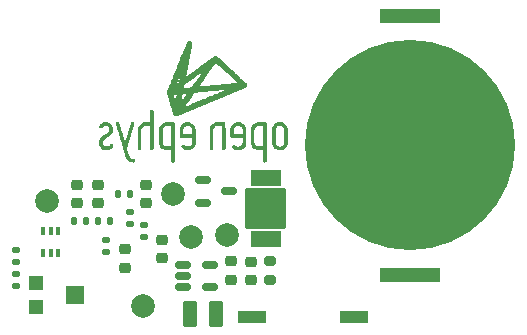
<source format=gbr>
%TF.GenerationSoftware,KiCad,Pcbnew,(7.0.0)*%
%TF.CreationDate,2023-09-20T14:53:45-04:00*%
%TF.ProjectId,blinkenbrain,626c696e-6b65-46e6-9272-61696e2e6b69,A*%
%TF.SameCoordinates,Original*%
%TF.FileFunction,Soldermask,Bot*%
%TF.FilePolarity,Negative*%
%FSLAX46Y46*%
G04 Gerber Fmt 4.6, Leading zero omitted, Abs format (unit mm)*
G04 Created by KiCad (PCBNEW (7.0.0)) date 2023-09-20 14:53:45*
%MOMM*%
%LPD*%
G01*
G04 APERTURE LIST*
G04 Aperture macros list*
%AMRoundRect*
0 Rectangle with rounded corners*
0 $1 Rounding radius*
0 $2 $3 $4 $5 $6 $7 $8 $9 X,Y pos of 4 corners*
0 Add a 4 corners polygon primitive as box body*
4,1,4,$2,$3,$4,$5,$6,$7,$8,$9,$2,$3,0*
0 Add four circle primitives for the rounded corners*
1,1,$1+$1,$2,$3*
1,1,$1+$1,$4,$5*
1,1,$1+$1,$6,$7*
1,1,$1+$1,$8,$9*
0 Add four rect primitives between the rounded corners*
20,1,$1+$1,$2,$3,$4,$5,0*
20,1,$1+$1,$4,$5,$6,$7,0*
20,1,$1+$1,$6,$7,$8,$9,0*
20,1,$1+$1,$8,$9,$2,$3,0*%
G04 Aperture macros list end*
%ADD10C,2.000000*%
%ADD11R,1.200000X1.200000*%
%ADD12R,1.500000X1.600000*%
%ADD13RoundRect,0.135000X0.185000X-0.135000X0.185000X0.135000X-0.185000X0.135000X-0.185000X-0.135000X0*%
%ADD14RoundRect,0.225000X-0.250000X0.225000X-0.250000X-0.225000X0.250000X-0.225000X0.250000X0.225000X0*%
%ADD15R,0.400000X0.650000*%
%ADD16RoundRect,0.150000X-0.512500X-0.150000X0.512500X-0.150000X0.512500X0.150000X-0.512500X0.150000X0*%
%ADD17R,2.440000X1.120000*%
%ADD18R,2.600000X1.400000*%
%ADD19RoundRect,0.135000X0.135000X0.185000X-0.135000X0.185000X-0.135000X-0.185000X0.135000X-0.185000X0*%
%ADD20R,5.080000X1.270000*%
%ADD21C,17.800000*%
%ADD22RoundRect,0.225000X0.250000X-0.225000X0.250000X0.225000X-0.250000X0.225000X-0.250000X-0.225000X0*%
%ADD23RoundRect,0.135000X-0.135000X-0.185000X0.135000X-0.185000X0.135000X0.185000X-0.135000X0.185000X0*%
%ADD24RoundRect,0.200000X-0.275000X0.200000X-0.275000X-0.200000X0.275000X-0.200000X0.275000X0.200000X0*%
%ADD25RoundRect,0.250000X0.375000X0.850000X-0.375000X0.850000X-0.375000X-0.850000X0.375000X-0.850000X0*%
G04 APERTURE END LIST*
%TO.C,G\u002A\u002A\u002A*%
G36*
X138279241Y-90984889D02*
G01*
X138329461Y-90996829D01*
X138371262Y-91026192D01*
X138403716Y-91072367D01*
X138425722Y-91115928D01*
X138425722Y-92701117D01*
X138425722Y-94286306D01*
X138403716Y-94329866D01*
X138396884Y-94341897D01*
X138373477Y-94372793D01*
X138348477Y-94395512D01*
X138306893Y-94413813D01*
X138257954Y-94417864D01*
X138209734Y-94406655D01*
X138167098Y-94381378D01*
X138134913Y-94343225D01*
X138113068Y-94305121D01*
X138112907Y-93328714D01*
X138112746Y-92352307D01*
X137890239Y-92355960D01*
X137848032Y-92356686D01*
X137784777Y-92358047D01*
X137736332Y-92359710D01*
X137699636Y-92361969D01*
X137671624Y-92365114D01*
X137649231Y-92369440D01*
X137629394Y-92375238D01*
X137609049Y-92382801D01*
X137597390Y-92387778D01*
X137539643Y-92422460D01*
X137485276Y-92470177D01*
X137439542Y-92525688D01*
X137407693Y-92583750D01*
X137384097Y-92642434D01*
X137379207Y-93478668D01*
X137378923Y-93527006D01*
X137378070Y-93668478D01*
X137377265Y-93792052D01*
X137376476Y-93898994D01*
X137375667Y-93990570D01*
X137374804Y-94068046D01*
X137373853Y-94132688D01*
X137372778Y-94185761D01*
X137371547Y-94228532D01*
X137370124Y-94262265D01*
X137368475Y-94288226D01*
X137366566Y-94307683D01*
X137364362Y-94321899D01*
X137361829Y-94332141D01*
X137358932Y-94339675D01*
X137355637Y-94345767D01*
X137325675Y-94380031D01*
X137283459Y-94404841D01*
X137235640Y-94416515D01*
X137187421Y-94413829D01*
X137144005Y-94395558D01*
X137141370Y-94393718D01*
X137113631Y-94368469D01*
X137091211Y-94339320D01*
X137088147Y-94333884D01*
X137085002Y-94327017D01*
X137082270Y-94318342D01*
X137079922Y-94306589D01*
X137077930Y-94290491D01*
X137076263Y-94268780D01*
X137074893Y-94240189D01*
X137073791Y-94203448D01*
X137072928Y-94157290D01*
X137072274Y-94100447D01*
X137071800Y-94031651D01*
X137071478Y-93949635D01*
X137071278Y-93853129D01*
X137071171Y-93740866D01*
X137071129Y-93611578D01*
X137071121Y-93463997D01*
X137071121Y-92622872D01*
X137093647Y-92544226D01*
X137096851Y-92533347D01*
X137138151Y-92428085D01*
X137195702Y-92332803D01*
X137270692Y-92245491D01*
X137347682Y-92178008D01*
X137435839Y-92121902D01*
X137535695Y-92078680D01*
X137555238Y-92072189D01*
X137576045Y-92066645D01*
X137599396Y-92062353D01*
X137628127Y-92059066D01*
X137665072Y-92056538D01*
X137713069Y-92054522D01*
X137774954Y-92052772D01*
X137853562Y-92051040D01*
X138107856Y-92045822D01*
X138112746Y-91566577D01*
X138113363Y-91506785D01*
X138114460Y-91406922D01*
X138115524Y-91323985D01*
X138116637Y-91256247D01*
X138117881Y-91201980D01*
X138119340Y-91159456D01*
X138121094Y-91126950D01*
X138123228Y-91102732D01*
X138125822Y-91085076D01*
X138128960Y-91072255D01*
X138132724Y-91062541D01*
X138137197Y-91054206D01*
X138138279Y-91052408D01*
X138171452Y-91016182D01*
X138216747Y-90992879D01*
X138270080Y-90984636D01*
X138279241Y-90984889D01*
G37*
G36*
X144168371Y-92050747D02*
G01*
X144239548Y-92050932D01*
X144295602Y-92051393D01*
X144338643Y-92052255D01*
X144370780Y-92053645D01*
X144394123Y-92055688D01*
X144410781Y-92058511D01*
X144422863Y-92062239D01*
X144432479Y-92066998D01*
X144441738Y-92072913D01*
X144450033Y-92078163D01*
X144459511Y-92083853D01*
X144467923Y-92089498D01*
X144475333Y-92096189D01*
X144481803Y-92105014D01*
X144487396Y-92117063D01*
X144492177Y-92133425D01*
X144496207Y-92155189D01*
X144499550Y-92183443D01*
X144502269Y-92219278D01*
X144504427Y-92263783D01*
X144506088Y-92318046D01*
X144507314Y-92383156D01*
X144508168Y-92460204D01*
X144508714Y-92550277D01*
X144509015Y-92654466D01*
X144509133Y-92773859D01*
X144509133Y-92909545D01*
X144509077Y-93062614D01*
X144509027Y-93234155D01*
X144508882Y-94305121D01*
X144487036Y-94343225D01*
X144482430Y-94350553D01*
X144458092Y-94378901D01*
X144431112Y-94399463D01*
X144392913Y-94414157D01*
X144341393Y-94417862D01*
X144292763Y-94404283D01*
X144250539Y-94374568D01*
X144218233Y-94329866D01*
X144196227Y-94286306D01*
X144196227Y-93319178D01*
X144196227Y-92352050D01*
X143973720Y-92355988D01*
X143904398Y-92357373D01*
X143845874Y-92359055D01*
X143801347Y-92361174D01*
X143767931Y-92363979D01*
X143742739Y-92367715D01*
X143722885Y-92372631D01*
X143705482Y-92378974D01*
X143649604Y-92406669D01*
X143582997Y-92456326D01*
X143530236Y-92519305D01*
X143489939Y-92597005D01*
X143467651Y-92652214D01*
X143462725Y-93488890D01*
X143462290Y-93564312D01*
X143461504Y-93705421D01*
X143460781Y-93828817D01*
X143460025Y-93935742D01*
X143459137Y-94027439D01*
X143458021Y-94105150D01*
X143456578Y-94170118D01*
X143454710Y-94223585D01*
X143452322Y-94266794D01*
X143449314Y-94300986D01*
X143445589Y-94327405D01*
X143441049Y-94347293D01*
X143435598Y-94361892D01*
X143429137Y-94372445D01*
X143421570Y-94380194D01*
X143412797Y-94386382D01*
X143402723Y-94392250D01*
X143391248Y-94399042D01*
X143389830Y-94399911D01*
X143351624Y-94413320D01*
X143305565Y-94415940D01*
X143259477Y-94408167D01*
X143221187Y-94390400D01*
X143219240Y-94389026D01*
X143208842Y-94381887D01*
X143199723Y-94375133D01*
X143191800Y-94367517D01*
X143184989Y-94357793D01*
X143179207Y-94344714D01*
X143174371Y-94327033D01*
X143170396Y-94303503D01*
X143167199Y-94272879D01*
X143164697Y-94233913D01*
X143162806Y-94185359D01*
X143161443Y-94125970D01*
X143160523Y-94054500D01*
X143159964Y-93969702D01*
X143159682Y-93870330D01*
X143159593Y-93755136D01*
X143159615Y-93622875D01*
X143159662Y-93472299D01*
X143159664Y-93461436D01*
X143159695Y-93309418D01*
X143159784Y-93175527D01*
X143160018Y-93058419D01*
X143160485Y-92956750D01*
X143161270Y-92869177D01*
X143162461Y-92794354D01*
X143164145Y-92730939D01*
X143166410Y-92677587D01*
X143169342Y-92632955D01*
X143173028Y-92595698D01*
X143177555Y-92564472D01*
X143183011Y-92537934D01*
X143189482Y-92514740D01*
X143197056Y-92493545D01*
X143205819Y-92473005D01*
X143215859Y-92451777D01*
X143227262Y-92428518D01*
X143230544Y-92421895D01*
X143289644Y-92323479D01*
X143361205Y-92239901D01*
X143446255Y-92170143D01*
X143545823Y-92113186D01*
X143558759Y-92107081D01*
X143591190Y-92092453D01*
X143621279Y-92080597D01*
X143651458Y-92071222D01*
X143684162Y-92064040D01*
X143721825Y-92058758D01*
X143766879Y-92055088D01*
X143821759Y-92052738D01*
X143888898Y-92051419D01*
X143970730Y-92050841D01*
X144069689Y-92050712D01*
X144079962Y-92050712D01*
X144168371Y-92050747D01*
G37*
G36*
X140221482Y-92353908D02*
G01*
X140221854Y-92382954D01*
X140222620Y-92470492D01*
X140223235Y-92574130D01*
X140223700Y-92694303D01*
X140224017Y-92831441D01*
X140224189Y-92985977D01*
X140224217Y-93158344D01*
X140224103Y-93348974D01*
X140223850Y-93558300D01*
X140223460Y-93786754D01*
X140223179Y-93932058D01*
X140222799Y-94123589D01*
X140222432Y-94297111D01*
X140222065Y-94453536D01*
X140221685Y-94593777D01*
X140221280Y-94718746D01*
X140220836Y-94829355D01*
X140220339Y-94926517D01*
X140219778Y-95011144D01*
X140219139Y-95084150D01*
X140218410Y-95146446D01*
X140217576Y-95198946D01*
X140216625Y-95242561D01*
X140215545Y-95278204D01*
X140214321Y-95306788D01*
X140212942Y-95329225D01*
X140211394Y-95346428D01*
X140209663Y-95359310D01*
X140207738Y-95368782D01*
X140205605Y-95375757D01*
X140203251Y-95381149D01*
X140200662Y-95385868D01*
X140197969Y-95390198D01*
X140171728Y-95418983D01*
X140137089Y-95442738D01*
X140120683Y-95450299D01*
X140068467Y-95462121D01*
X140018858Y-95455017D01*
X139973582Y-95429471D01*
X139934367Y-95385968D01*
X139912361Y-95353634D01*
X139912361Y-94876686D01*
X139912361Y-94399739D01*
X139660513Y-94395713D01*
X139587175Y-94394443D01*
X139524733Y-94393000D01*
X139476337Y-94391242D01*
X139439133Y-94388932D01*
X139410267Y-94385830D01*
X139386886Y-94381699D01*
X139366134Y-94376300D01*
X139345157Y-94369396D01*
X139262224Y-94335347D01*
X139160316Y-94276858D01*
X139072398Y-94205024D01*
X138998876Y-94120192D01*
X138940156Y-94022709D01*
X138932922Y-94008072D01*
X138920288Y-93982097D01*
X138909492Y-93958149D01*
X138900390Y-93934566D01*
X138892837Y-93909688D01*
X138886688Y-93881855D01*
X138881800Y-93849406D01*
X138878555Y-93816095D01*
X139183712Y-93816095D01*
X139209733Y-93871601D01*
X139252885Y-93942431D01*
X139311433Y-94002603D01*
X139382761Y-94048383D01*
X139447280Y-94080169D01*
X139679820Y-94083109D01*
X139912361Y-94086048D01*
X139912361Y-93219978D01*
X139912361Y-92353908D01*
X139717232Y-92353908D01*
X139680687Y-92354012D01*
X139601917Y-92355300D01*
X139538542Y-92358343D01*
X139487613Y-92363504D01*
X139446184Y-92371146D01*
X139411309Y-92381629D01*
X139380040Y-92395315D01*
X139340457Y-92420066D01*
X139289390Y-92464619D01*
X139244533Y-92517271D01*
X139211823Y-92571795D01*
X139183712Y-92632653D01*
X139183712Y-93224374D01*
X139183712Y-93816095D01*
X138878555Y-93816095D01*
X138878028Y-93810681D01*
X138875227Y-93764018D01*
X138873253Y-93707758D01*
X138871962Y-93640240D01*
X138871209Y-93559803D01*
X138870850Y-93464787D01*
X138870740Y-93353531D01*
X138870736Y-93224374D01*
X138870731Y-93139261D01*
X138870773Y-93021798D01*
X138871011Y-92921140D01*
X138871601Y-92835609D01*
X138872696Y-92763527D01*
X138874452Y-92703216D01*
X138877024Y-92652997D01*
X138880565Y-92611193D01*
X138885231Y-92576126D01*
X138891177Y-92546118D01*
X138898557Y-92519491D01*
X138907525Y-92494566D01*
X138918237Y-92469666D01*
X138930847Y-92443113D01*
X138945509Y-92413229D01*
X138964370Y-92377163D01*
X138990473Y-92336186D01*
X139022483Y-92296603D01*
X139065271Y-92251850D01*
X139122683Y-92198566D01*
X139185333Y-92151111D01*
X139251381Y-92113559D01*
X139327148Y-92081807D01*
X139398884Y-92055603D01*
X139767547Y-92055603D01*
X140136210Y-92055603D01*
X140170646Y-92088971D01*
X140171029Y-92089343D01*
X140199706Y-92126337D01*
X140215777Y-92172106D01*
X140217228Y-92185162D01*
X140218622Y-92212621D01*
X140219857Y-92254451D01*
X140220933Y-92311084D01*
X140221482Y-92353908D01*
G37*
G36*
X149789966Y-93835656D02*
G01*
X149789162Y-93848585D01*
X149786977Y-93871261D01*
X149784351Y-93889486D01*
X149781242Y-93904813D01*
X149777612Y-93918791D01*
X149756166Y-93981217D01*
X149710264Y-94074518D01*
X149651126Y-94161884D01*
X149581892Y-94238898D01*
X149505705Y-94301143D01*
X149497515Y-94306639D01*
X149432956Y-94344733D01*
X149365559Y-94374080D01*
X149286985Y-94398389D01*
X149261199Y-94404254D01*
X149190100Y-94413684D01*
X149112219Y-94416583D01*
X149035808Y-94412849D01*
X148969119Y-94402376D01*
X148935746Y-94393570D01*
X148832610Y-94353497D01*
X148737262Y-94296764D01*
X148651866Y-94225095D01*
X148578586Y-94140216D01*
X148519585Y-94043853D01*
X148508734Y-94022192D01*
X148496954Y-93997611D01*
X148486866Y-93973978D01*
X148478345Y-93949718D01*
X148471269Y-93923251D01*
X148465514Y-93892999D01*
X148460957Y-93857387D01*
X148457474Y-93814835D01*
X148454942Y-93763765D01*
X148453238Y-93702602D01*
X148452237Y-93629765D01*
X148451817Y-93543679D01*
X148451851Y-93453371D01*
X148755033Y-93453371D01*
X148755364Y-93551859D01*
X148756147Y-93633359D01*
X148757393Y-93698698D01*
X148759113Y-93748699D01*
X148761317Y-93784188D01*
X148764018Y-93805989D01*
X148781100Y-93868986D01*
X148817397Y-93943968D01*
X148868095Y-94006327D01*
X148932350Y-94055087D01*
X149009317Y-94089273D01*
X149054706Y-94100866D01*
X149136681Y-94107404D01*
X149215762Y-94095996D01*
X149289611Y-94067676D01*
X149355889Y-94023478D01*
X149412260Y-93964435D01*
X149456383Y-93891582D01*
X149482596Y-93835656D01*
X149482596Y-93219484D01*
X149482596Y-92603311D01*
X149455143Y-92547398D01*
X149438333Y-92516702D01*
X149388133Y-92451264D01*
X149326919Y-92399798D01*
X149257281Y-92363148D01*
X149181805Y-92342157D01*
X149103080Y-92337669D01*
X149023696Y-92350527D01*
X148946238Y-92381574D01*
X148901739Y-92411737D01*
X148852980Y-92458261D01*
X148811034Y-92512015D01*
X148781534Y-92566667D01*
X148780869Y-92568315D01*
X148776165Y-92580319D01*
X148772174Y-92592226D01*
X148768827Y-92605672D01*
X148766056Y-92622296D01*
X148763792Y-92643738D01*
X148761968Y-92671634D01*
X148760515Y-92707623D01*
X148759365Y-92753343D01*
X148758450Y-92810433D01*
X148757701Y-92880530D01*
X148757051Y-92965274D01*
X148756431Y-93066302D01*
X148755773Y-93185252D01*
X148755683Y-93202138D01*
X148755143Y-93337073D01*
X148755033Y-93453371D01*
X148451851Y-93453371D01*
X148451855Y-93442765D01*
X148452226Y-93325445D01*
X148452807Y-93190142D01*
X148455642Y-92554409D01*
X148486828Y-92473493D01*
X148520885Y-92397678D01*
X148580545Y-92301530D01*
X148652056Y-92218861D01*
X148733647Y-92150187D01*
X148823544Y-92096028D01*
X148919975Y-92056902D01*
X149021166Y-92033325D01*
X149125346Y-92025817D01*
X149230741Y-92034894D01*
X149335579Y-92061076D01*
X149438086Y-92104880D01*
X149536491Y-92166823D01*
X149559638Y-92185093D01*
X149630584Y-92255468D01*
X149692488Y-92339187D01*
X149742573Y-92432074D01*
X149778062Y-92529958D01*
X149780172Y-92538010D01*
X149783419Y-92552912D01*
X149786179Y-92570344D01*
X149788491Y-92591852D01*
X149790394Y-92618985D01*
X149791926Y-92653293D01*
X149793128Y-92696322D01*
X149794037Y-92749622D01*
X149794694Y-92814741D01*
X149795137Y-92893227D01*
X149795405Y-92986629D01*
X149795537Y-93096495D01*
X149795572Y-93224374D01*
X149795556Y-93320828D01*
X149795460Y-93434947D01*
X149795243Y-93532207D01*
X149794866Y-93614159D01*
X149794288Y-93682354D01*
X149793468Y-93738343D01*
X149792368Y-93783677D01*
X149790946Y-93819907D01*
X149789966Y-93835656D01*
G37*
G36*
X141974686Y-93067886D02*
G01*
X141974516Y-93120160D01*
X141973906Y-93253716D01*
X141970909Y-93874779D01*
X141947914Y-93943242D01*
X141947025Y-93945876D01*
X141900101Y-94056437D01*
X141839204Y-94153614D01*
X141764913Y-94236860D01*
X141677806Y-94305625D01*
X141578463Y-94359364D01*
X141467463Y-94397530D01*
X141367091Y-94414599D01*
X141260249Y-94415525D01*
X141153578Y-94400320D01*
X141050703Y-94369784D01*
X140955252Y-94324717D01*
X140870851Y-94265918D01*
X140836426Y-94234037D01*
X140798416Y-94185746D01*
X140778913Y-94138191D01*
X140777367Y-94090339D01*
X140792265Y-94045844D01*
X140822601Y-94006227D01*
X140863896Y-93977170D01*
X140912068Y-93961494D01*
X140963035Y-93962021D01*
X140984160Y-93969303D01*
X141017825Y-93987811D01*
X141052964Y-94013084D01*
X141062520Y-94020719D01*
X141137475Y-94070084D01*
X141212312Y-94100284D01*
X141288101Y-94111633D01*
X141365909Y-94104441D01*
X141381855Y-94100819D01*
X141461799Y-94071814D01*
X141531653Y-94027719D01*
X141589162Y-93970257D01*
X141632067Y-93901152D01*
X141634465Y-93896017D01*
X141642183Y-93878523D01*
X141648066Y-93861725D01*
X141652408Y-93842730D01*
X141655500Y-93818643D01*
X141657639Y-93786572D01*
X141659117Y-93743622D01*
X141660227Y-93686899D01*
X141661265Y-93613511D01*
X141664347Y-93381585D01*
X141194951Y-93378778D01*
X141115883Y-93378296D01*
X141020826Y-93377648D01*
X140942366Y-93376959D01*
X140878775Y-93376146D01*
X140828326Y-93375129D01*
X140789289Y-93373828D01*
X140759936Y-93372162D01*
X140738540Y-93370048D01*
X140723372Y-93367408D01*
X140712703Y-93364159D01*
X140704807Y-93360220D01*
X140697953Y-93355512D01*
X140695702Y-93353793D01*
X140670693Y-93330169D01*
X140648345Y-93302718D01*
X140643255Y-93294961D01*
X140638280Y-93285484D01*
X140634393Y-93273747D01*
X140631462Y-93257586D01*
X140629353Y-93234839D01*
X140627934Y-93203344D01*
X140627073Y-93160937D01*
X140626637Y-93105458D01*
X140626560Y-93067886D01*
X140938327Y-93067886D01*
X141301340Y-93067886D01*
X141664353Y-93067886D01*
X141661268Y-92835599D01*
X141660957Y-92812399D01*
X141659932Y-92744104D01*
X141658750Y-92691636D01*
X141657119Y-92652103D01*
X141654742Y-92622612D01*
X141651326Y-92600270D01*
X141646575Y-92582185D01*
X141640195Y-92565463D01*
X141631891Y-92547212D01*
X141608975Y-92507050D01*
X141566794Y-92453876D01*
X141517203Y-92407896D01*
X141465953Y-92375077D01*
X141452858Y-92369040D01*
X141373918Y-92344126D01*
X141294223Y-92336994D01*
X141216401Y-92346772D01*
X141143076Y-92372589D01*
X141076876Y-92413572D01*
X141020425Y-92468852D01*
X140976351Y-92537555D01*
X140944205Y-92602805D01*
X140941266Y-92835346D01*
X140938327Y-93067886D01*
X140626560Y-93067886D01*
X140626493Y-93034742D01*
X140626508Y-92946628D01*
X140626522Y-92929028D01*
X140626856Y-92830627D01*
X140627862Y-92748885D01*
X140629876Y-92681305D01*
X140633229Y-92625388D01*
X140638255Y-92578637D01*
X140645288Y-92538555D01*
X140654661Y-92502645D01*
X140666708Y-92468408D01*
X140681761Y-92433348D01*
X140700155Y-92394967D01*
X140718513Y-92359466D01*
X140746121Y-92314333D01*
X140778169Y-92273361D01*
X140820332Y-92228698D01*
X140834863Y-92214482D01*
X140920846Y-92143142D01*
X141011854Y-92089671D01*
X141110666Y-92052691D01*
X141220061Y-92030828D01*
X141308182Y-92025590D01*
X141417346Y-92035637D01*
X141522448Y-92063199D01*
X141621472Y-92107136D01*
X141712400Y-92166311D01*
X141793214Y-92239585D01*
X141861898Y-92325819D01*
X141916435Y-92423875D01*
X141920630Y-92433191D01*
X141931743Y-92458611D01*
X141941286Y-92482712D01*
X141949372Y-92507102D01*
X141956112Y-92533385D01*
X141961615Y-92563168D01*
X141965995Y-92598058D01*
X141969361Y-92639659D01*
X141971826Y-92689578D01*
X141973500Y-92749422D01*
X141974495Y-92820796D01*
X141974922Y-92905306D01*
X141974892Y-93004559D01*
X141974686Y-93067886D01*
G37*
G36*
X134450143Y-92029113D02*
G01*
X134549136Y-92050780D01*
X134645153Y-92088163D01*
X134734404Y-92139854D01*
X134813103Y-92204444D01*
X134862016Y-92256383D01*
X134921232Y-92337089D01*
X134963112Y-92422281D01*
X134988999Y-92514925D01*
X135000233Y-92617982D01*
X135000540Y-92686263D01*
X134991941Y-92769400D01*
X134971639Y-92847699D01*
X134938203Y-92928316D01*
X134928469Y-92947753D01*
X134909414Y-92981051D01*
X134887211Y-93012987D01*
X134860210Y-93045074D01*
X134826760Y-93078824D01*
X134785212Y-93115750D01*
X134733916Y-93157365D01*
X134671222Y-93205183D01*
X134595479Y-93260715D01*
X134505037Y-93325476D01*
X134452398Y-93363125D01*
X134388197Y-93409727D01*
X134329477Y-93453094D01*
X134278347Y-93491634D01*
X134236918Y-93523750D01*
X134207300Y-93547848D01*
X134191604Y-93562333D01*
X134161508Y-93603565D01*
X134130487Y-93671383D01*
X134114593Y-93745123D01*
X134114692Y-93820048D01*
X134131645Y-93891421D01*
X134142228Y-93915631D01*
X134180590Y-93975655D01*
X134231523Y-94029241D01*
X134290047Y-94070756D01*
X134313657Y-94083143D01*
X134336404Y-94092092D01*
X134361175Y-94097087D01*
X134393814Y-94099258D01*
X134440162Y-94099730D01*
X134455846Y-94099635D01*
X134506198Y-94097197D01*
X134548756Y-94090087D01*
X134586772Y-94076473D01*
X134623496Y-94054521D01*
X134662179Y-94022400D01*
X134706073Y-93978277D01*
X134758428Y-93920320D01*
X134771762Y-93905285D01*
X134791849Y-93884925D01*
X134809026Y-93874410D01*
X134829911Y-93870493D01*
X134861123Y-93869925D01*
X134899883Y-93873189D01*
X134950788Y-93890306D01*
X134989237Y-93920745D01*
X135013555Y-93962990D01*
X135022066Y-94015525D01*
X135021453Y-94030237D01*
X135011774Y-94074165D01*
X134989229Y-94120107D01*
X134952394Y-94170536D01*
X134899846Y-94227925D01*
X134861039Y-94265670D01*
X134822756Y-94297830D01*
X134784069Y-94323558D01*
X134738468Y-94347686D01*
X134724418Y-94354368D01*
X134679105Y-94374244D01*
X134635552Y-94391232D01*
X134601541Y-94402232D01*
X134586669Y-94405617D01*
X134532910Y-94412920D01*
X134469543Y-94416306D01*
X134403694Y-94415762D01*
X134342492Y-94411274D01*
X134293064Y-94402829D01*
X134278640Y-94398985D01*
X134176558Y-94360498D01*
X134081724Y-94304721D01*
X133996989Y-94233288D01*
X133954212Y-94187941D01*
X133903508Y-94122927D01*
X133863893Y-94054399D01*
X133831181Y-93975856D01*
X133830010Y-93972570D01*
X133819207Y-93939578D01*
X133812124Y-93909668D01*
X133808023Y-93877184D01*
X133806163Y-93836468D01*
X133805805Y-93781864D01*
X133806357Y-93731572D01*
X133808463Y-93687851D01*
X133812898Y-93652275D01*
X133820449Y-93618795D01*
X133831903Y-93581363D01*
X133861928Y-93504927D01*
X133916744Y-93407385D01*
X133985368Y-93322789D01*
X133993059Y-93315392D01*
X134021368Y-93291262D01*
X134062701Y-93258545D01*
X134114848Y-93218905D01*
X134175604Y-93174006D01*
X134242758Y-93125511D01*
X134314104Y-93075085D01*
X134353743Y-93047342D01*
X134434012Y-92990745D01*
X134500128Y-92942980D01*
X134553462Y-92902481D01*
X134595387Y-92867684D01*
X134627274Y-92837022D01*
X134650494Y-92808930D01*
X134666421Y-92781841D01*
X134676425Y-92754191D01*
X134681879Y-92724414D01*
X134684154Y-92690943D01*
X134684623Y-92652214D01*
X134684509Y-92627287D01*
X134683087Y-92586606D01*
X134679269Y-92556909D01*
X134672097Y-92532404D01*
X134660609Y-92507298D01*
X134643334Y-92477550D01*
X134594732Y-92420069D01*
X134534771Y-92376957D01*
X134466072Y-92349840D01*
X134391260Y-92340344D01*
X134338362Y-92342866D01*
X134273626Y-92356338D01*
X134217122Y-92383194D01*
X134165059Y-92425408D01*
X134113649Y-92484956D01*
X134091146Y-92511796D01*
X134046437Y-92549182D01*
X133999741Y-92567344D01*
X133950328Y-92566490D01*
X133897467Y-92546830D01*
X133870094Y-92528631D01*
X133837722Y-92490306D01*
X133821533Y-92443819D01*
X133822269Y-92391907D01*
X133840672Y-92337308D01*
X133869490Y-92289405D01*
X133924656Y-92224294D01*
X133993326Y-92164693D01*
X134071991Y-92112825D01*
X134157140Y-92070911D01*
X134245263Y-92041174D01*
X134332848Y-92025833D01*
X134351961Y-92024571D01*
X134450143Y-92029113D01*
G37*
G36*
X136679680Y-92035169D02*
G01*
X136720519Y-92053954D01*
X136754218Y-92083579D01*
X136777282Y-92123258D01*
X136786216Y-92172207D01*
X136784544Y-92183341D01*
X136777369Y-92213875D01*
X136764673Y-92262216D01*
X136746599Y-92327871D01*
X136723290Y-92410343D01*
X136694888Y-92509138D01*
X136661535Y-92623761D01*
X136623375Y-92753716D01*
X136580550Y-92898508D01*
X136533202Y-93057643D01*
X136481473Y-93230624D01*
X136477510Y-93243850D01*
X136436691Y-93380215D01*
X136397520Y-93511353D01*
X136360361Y-93636036D01*
X136325575Y-93753037D01*
X136293525Y-93861128D01*
X136264573Y-93959081D01*
X136239081Y-94045669D01*
X136217411Y-94119663D01*
X136199926Y-94179836D01*
X136186989Y-94224960D01*
X136178960Y-94253807D01*
X136176204Y-94265150D01*
X136177803Y-94274982D01*
X136184586Y-94302511D01*
X136195936Y-94344007D01*
X136211035Y-94396801D01*
X136229066Y-94458223D01*
X136249212Y-94525603D01*
X136270657Y-94596273D01*
X136292584Y-94667563D01*
X136314174Y-94736802D01*
X136334612Y-94801323D01*
X136353081Y-94858456D01*
X136368763Y-94905530D01*
X136380842Y-94939877D01*
X136388500Y-94958826D01*
X136406698Y-94990786D01*
X136457042Y-95051376D01*
X136520845Y-95098663D01*
X136596761Y-95131776D01*
X136683441Y-95149840D01*
X136685163Y-95150036D01*
X136728953Y-95157001D01*
X136767367Y-95166538D01*
X136793323Y-95176903D01*
X136821634Y-95200449D01*
X136846741Y-95240795D01*
X136859429Y-95288556D01*
X136858485Y-95338596D01*
X136842694Y-95385777D01*
X136840432Y-95389701D01*
X136815483Y-95418583D01*
X136781565Y-95442780D01*
X136756972Y-95454654D01*
X136733783Y-95461042D01*
X136705600Y-95462608D01*
X136665230Y-95460443D01*
X136584522Y-95450115D01*
X136483001Y-95422714D01*
X136386362Y-95378579D01*
X136291087Y-95316356D01*
X136257628Y-95289644D01*
X136200091Y-95233347D01*
X136150732Y-95168713D01*
X136107845Y-95092947D01*
X136069720Y-95003255D01*
X136034650Y-94896842D01*
X136031931Y-94887654D01*
X136022233Y-94855050D01*
X136007455Y-94805491D01*
X135987957Y-94740189D01*
X135964102Y-94660352D01*
X135936252Y-94567191D01*
X135904769Y-94461915D01*
X135870014Y-94345734D01*
X135832349Y-94219858D01*
X135792137Y-94085498D01*
X135749739Y-93943862D01*
X135705517Y-93796161D01*
X135659834Y-93643604D01*
X135613050Y-93487402D01*
X135585528Y-93395458D01*
X135540301Y-93244101D01*
X135496840Y-93098323D01*
X135455467Y-92959220D01*
X135416504Y-92827887D01*
X135380274Y-92705421D01*
X135347099Y-92592918D01*
X135317301Y-92491475D01*
X135291203Y-92402187D01*
X135269127Y-92326150D01*
X135251396Y-92264461D01*
X135238332Y-92218215D01*
X135230257Y-92188510D01*
X135227494Y-92176440D01*
X135234146Y-92143463D01*
X135252229Y-92105224D01*
X135277209Y-92070476D01*
X135304542Y-92046861D01*
X135347477Y-92031628D01*
X135395671Y-92029953D01*
X135442931Y-92040932D01*
X135483739Y-92063272D01*
X135512580Y-92095679D01*
X135515116Y-92101757D01*
X135523527Y-92125980D01*
X135536818Y-92166641D01*
X135554545Y-92222303D01*
X135576262Y-92291531D01*
X135601525Y-92372889D01*
X135629889Y-92464943D01*
X135660908Y-92566256D01*
X135694138Y-92675393D01*
X135729134Y-92790919D01*
X135765450Y-92911398D01*
X135788712Y-92988687D01*
X135823879Y-93105257D01*
X135857253Y-93215552D01*
X135888409Y-93318188D01*
X135916923Y-93411779D01*
X135942371Y-93494941D01*
X135964328Y-93566289D01*
X135982371Y-93624437D01*
X135996076Y-93668001D01*
X136005017Y-93695596D01*
X136008772Y-93705836D01*
X136010529Y-93702786D01*
X136017560Y-93683484D01*
X136029444Y-93647642D01*
X136045762Y-93596618D01*
X136066095Y-93531768D01*
X136090023Y-93454448D01*
X136117128Y-93366015D01*
X136146991Y-93267826D01*
X136179192Y-93161237D01*
X136213313Y-93047604D01*
X136248935Y-92928285D01*
X136269691Y-92858657D01*
X136304979Y-92740706D01*
X136338739Y-92628398D01*
X136370524Y-92523190D01*
X136399888Y-92426539D01*
X136426383Y-92339901D01*
X136449564Y-92264736D01*
X136468985Y-92202499D01*
X136484198Y-92154649D01*
X136494758Y-92122642D01*
X136500218Y-92107936D01*
X136514838Y-92084140D01*
X136549281Y-92051710D01*
X136590566Y-92033262D01*
X136635197Y-92028010D01*
X136679680Y-92035169D01*
G37*
G36*
X147997982Y-92352050D02*
G01*
X147998040Y-92355819D01*
X147998696Y-92416358D01*
X147999241Y-92487411D01*
X147999686Y-92569882D01*
X148000041Y-92664677D01*
X148000315Y-92772699D01*
X148000520Y-92894855D01*
X148000665Y-93032048D01*
X148000760Y-93185183D01*
X148000815Y-93355164D01*
X148000841Y-93542898D01*
X148000848Y-93749288D01*
X148000827Y-93896321D01*
X148000710Y-94116795D01*
X148000486Y-94318206D01*
X148000153Y-94500861D01*
X147999710Y-94665065D01*
X147999154Y-94811125D01*
X147998483Y-94939349D01*
X147997696Y-95050042D01*
X147996791Y-95143511D01*
X147995765Y-95220062D01*
X147994616Y-95280003D01*
X147993343Y-95323639D01*
X147991944Y-95351278D01*
X147990416Y-95363225D01*
X147981860Y-95381509D01*
X147949946Y-95421972D01*
X147907933Y-95450306D01*
X147894133Y-95455549D01*
X147844417Y-95462127D01*
X147794861Y-95452245D01*
X147750478Y-95427495D01*
X147716279Y-95389468D01*
X147692761Y-95351636D01*
X147689965Y-94875696D01*
X147687169Y-94399755D01*
X147440562Y-94396083D01*
X147406411Y-94395566D01*
X147337514Y-94394373D01*
X147283920Y-94393006D01*
X147242632Y-94391180D01*
X147210649Y-94388608D01*
X147184974Y-94385006D01*
X147162608Y-94380088D01*
X147140551Y-94373568D01*
X147115805Y-94365162D01*
X147054547Y-94340596D01*
X146954430Y-94284927D01*
X146865522Y-94214822D01*
X146789515Y-94131966D01*
X146728103Y-94038044D01*
X146682979Y-93934738D01*
X146656027Y-93855217D01*
X146653771Y-93368941D01*
X146955706Y-93368941D01*
X146955962Y-93463955D01*
X146956590Y-93549163D01*
X146957572Y-93622616D01*
X146958886Y-93682361D01*
X146960512Y-93726450D01*
X146962431Y-93752929D01*
X146969642Y-93796064D01*
X146996454Y-93878206D01*
X147038688Y-93948896D01*
X147095779Y-94007305D01*
X147167162Y-94052604D01*
X147175443Y-94056655D01*
X147192363Y-94064427D01*
X147208698Y-94070317D01*
X147227326Y-94074631D01*
X147251125Y-94077674D01*
X147282972Y-94079751D01*
X147325746Y-94081170D01*
X147382324Y-94082236D01*
X147455584Y-94083254D01*
X147687871Y-94086339D01*
X147687871Y-93219195D01*
X147687871Y-92352050D01*
X147465364Y-92355988D01*
X147396043Y-92357373D01*
X147337518Y-92359055D01*
X147292991Y-92361174D01*
X147259575Y-92363979D01*
X147234383Y-92367715D01*
X147214529Y-92372631D01*
X147197127Y-92378974D01*
X147141045Y-92406793D01*
X147074421Y-92456528D01*
X147021772Y-92519500D01*
X146981817Y-92597005D01*
X146980147Y-92601209D01*
X146975524Y-92613613D01*
X146971640Y-92626497D01*
X146968419Y-92641594D01*
X146965781Y-92660641D01*
X146963650Y-92685370D01*
X146961947Y-92717518D01*
X146960594Y-92758818D01*
X146959514Y-92811006D01*
X146958627Y-92875815D01*
X146957857Y-92954982D01*
X146957125Y-93050239D01*
X146956352Y-93163323D01*
X146955843Y-93266073D01*
X146955706Y-93368941D01*
X146653771Y-93368941D01*
X146653230Y-93252331D01*
X146652998Y-93201823D01*
X146652485Y-93076374D01*
X146652255Y-92968258D01*
X146652438Y-92875840D01*
X146653163Y-92797490D01*
X146654561Y-92731575D01*
X146656762Y-92676462D01*
X146659895Y-92630520D01*
X146664092Y-92592115D01*
X146669481Y-92559616D01*
X146676194Y-92531391D01*
X146684360Y-92505806D01*
X146694109Y-92481231D01*
X146705572Y-92456031D01*
X146718878Y-92428576D01*
X146722218Y-92421836D01*
X146781326Y-92323431D01*
X146852880Y-92239871D01*
X146937915Y-92170131D01*
X147037467Y-92113186D01*
X147050403Y-92107081D01*
X147082835Y-92092453D01*
X147112923Y-92080597D01*
X147143103Y-92071222D01*
X147175807Y-92064040D01*
X147213469Y-92058758D01*
X147258523Y-92055088D01*
X147313403Y-92052738D01*
X147380542Y-92051419D01*
X147462374Y-92050841D01*
X147561333Y-92050712D01*
X147569519Y-92050712D01*
X147658328Y-92050747D01*
X147729854Y-92050930D01*
X147786201Y-92051386D01*
X147829475Y-92052240D01*
X147861778Y-92053618D01*
X147885215Y-92055643D01*
X147901890Y-92058441D01*
X147913908Y-92062136D01*
X147923373Y-92066854D01*
X147932389Y-92072718D01*
X147934743Y-92074381D01*
X147961670Y-92099610D01*
X147982738Y-92128804D01*
X147983183Y-92129656D01*
X147985499Y-92134815D01*
X147987604Y-92141441D01*
X147989507Y-92150439D01*
X147991219Y-92162713D01*
X147992750Y-92179168D01*
X147994110Y-92200708D01*
X147995309Y-92228239D01*
X147996356Y-92262664D01*
X147997263Y-92304889D01*
X147997982Y-92352050D01*
G37*
G36*
X146264794Y-93067886D02*
G01*
X146264812Y-93093215D01*
X146264806Y-93224374D01*
X146264797Y-93293966D01*
X146264716Y-93410961D01*
X146264516Y-93510789D01*
X146264157Y-93595014D01*
X146263600Y-93665201D01*
X146262803Y-93722913D01*
X146261726Y-93769716D01*
X146260328Y-93807172D01*
X146258570Y-93836847D01*
X146256410Y-93860304D01*
X146253809Y-93879107D01*
X146250727Y-93894821D01*
X146247121Y-93909010D01*
X146244626Y-93917784D01*
X146203372Y-94027387D01*
X146146989Y-94126046D01*
X146076552Y-94212425D01*
X145993138Y-94285184D01*
X145897824Y-94342988D01*
X145874369Y-94354087D01*
X145825520Y-94374764D01*
X145778726Y-94391836D01*
X145741548Y-94402427D01*
X145679173Y-94411855D01*
X145598184Y-94416059D01*
X145516425Y-94413104D01*
X145443243Y-94402972D01*
X145390006Y-94388305D01*
X145326039Y-94363185D01*
X145261988Y-94331291D01*
X145201661Y-94294942D01*
X145148866Y-94256459D01*
X145107412Y-94218160D01*
X145081106Y-94182367D01*
X145075517Y-94169587D01*
X145066921Y-94124048D01*
X145071463Y-94076694D01*
X145088699Y-94036058D01*
X145101808Y-94018096D01*
X145135159Y-93985402D01*
X145173538Y-93967959D01*
X145222353Y-93962803D01*
X145229502Y-93962842D01*
X145263530Y-93965306D01*
X145288200Y-93973470D01*
X145312106Y-93989934D01*
X145369390Y-94033162D01*
X145442364Y-94076368D01*
X145512318Y-94102433D01*
X145581758Y-94111921D01*
X145653190Y-94105392D01*
X145729121Y-94083409D01*
X145747185Y-94075690D01*
X145802022Y-94041573D01*
X145853806Y-93994977D01*
X145897483Y-93940956D01*
X145928003Y-93884559D01*
X145932739Y-93872319D01*
X145939262Y-93852796D01*
X145944170Y-93832097D01*
X145947756Y-93807160D01*
X145950311Y-93774918D01*
X145952126Y-93732309D01*
X145953492Y-93676268D01*
X145954702Y-93603730D01*
X145958035Y-93381585D01*
X145490358Y-93378778D01*
X145022680Y-93375972D01*
X144985766Y-93353022D01*
X144972861Y-93344894D01*
X144957212Y-93333773D01*
X144944680Y-93321483D01*
X144934919Y-93305981D01*
X144927582Y-93285222D01*
X144922324Y-93257163D01*
X144918798Y-93219761D01*
X144916659Y-93170972D01*
X144915559Y-93108753D01*
X144915345Y-93067886D01*
X145221605Y-93067886D01*
X145589950Y-93067886D01*
X145958296Y-93067886D01*
X145955063Y-92840489D01*
X145954871Y-92827088D01*
X145953782Y-92757456D01*
X145952570Y-92703954D01*
X145950929Y-92663646D01*
X145948555Y-92633593D01*
X145945142Y-92610856D01*
X145940385Y-92592498D01*
X145933979Y-92575581D01*
X145925617Y-92557166D01*
X145918879Y-92543570D01*
X145872599Y-92474553D01*
X145812464Y-92415548D01*
X145742781Y-92370939D01*
X145725021Y-92362385D01*
X145695174Y-92350007D01*
X145667593Y-92343062D01*
X145635010Y-92340052D01*
X145590156Y-92339479D01*
X145585508Y-92339497D01*
X145539870Y-92340734D01*
X145505712Y-92344822D01*
X145475630Y-92353141D01*
X145442220Y-92367073D01*
X145407766Y-92385654D01*
X145347009Y-92432237D01*
X145294480Y-92490248D01*
X145255442Y-92554409D01*
X145252887Y-92559899D01*
X145244748Y-92578249D01*
X145238565Y-92595464D01*
X145234022Y-92614501D01*
X145230803Y-92638317D01*
X145228591Y-92669868D01*
X145227070Y-92712109D01*
X145225925Y-92767998D01*
X145224838Y-92840489D01*
X145221605Y-93067886D01*
X144915345Y-93067886D01*
X144915153Y-93031060D01*
X144915095Y-92935849D01*
X144915116Y-92887261D01*
X144915432Y-92797221D01*
X144916405Y-92722997D01*
X144918386Y-92662043D01*
X144921725Y-92611812D01*
X144926775Y-92569758D01*
X144933886Y-92533335D01*
X144943409Y-92499997D01*
X144955697Y-92467198D01*
X144971100Y-92432391D01*
X144989968Y-92393030D01*
X145001699Y-92370468D01*
X145055558Y-92289618D01*
X145123219Y-92214765D01*
X145200161Y-92150431D01*
X145281864Y-92101135D01*
X145359564Y-92066997D01*
X145432866Y-92044093D01*
X145507179Y-92031649D01*
X145589950Y-92027895D01*
X145670626Y-92031440D01*
X145745252Y-92043673D01*
X145818566Y-92066379D01*
X145898037Y-92101337D01*
X145919284Y-92112394D01*
X146000377Y-92166287D01*
X146075503Y-92234044D01*
X146140131Y-92311135D01*
X146189730Y-92393030D01*
X146202976Y-92419994D01*
X146215676Y-92446501D01*
X146226508Y-92471191D01*
X146235620Y-92495710D01*
X146243160Y-92521701D01*
X146249278Y-92550809D01*
X146254121Y-92584679D01*
X146257838Y-92624954D01*
X146260577Y-92673280D01*
X146262488Y-92731300D01*
X146263719Y-92800660D01*
X146264417Y-92883002D01*
X146264732Y-92979973D01*
X146264794Y-93067886D01*
G37*
G36*
X141240827Y-87827981D02*
G01*
X141233628Y-87865925D01*
X141216615Y-87956086D01*
X141202299Y-88032521D01*
X141190889Y-88094137D01*
X141182593Y-88139837D01*
X141177617Y-88168527D01*
X141176172Y-88179112D01*
X141176391Y-88179155D01*
X141186694Y-88172957D01*
X141211738Y-88155859D01*
X141250655Y-88128491D01*
X141302577Y-88091484D01*
X141366635Y-88045467D01*
X141441962Y-87991072D01*
X141527689Y-87928927D01*
X141622949Y-87859664D01*
X141726872Y-87783912D01*
X141838591Y-87702302D01*
X141957238Y-87615464D01*
X142081945Y-87524028D01*
X142211842Y-87428625D01*
X142346063Y-87329884D01*
X142358300Y-87320875D01*
X142492977Y-87221765D01*
X142623698Y-87125645D01*
X142749556Y-87033179D01*
X142869644Y-86945029D01*
X142983056Y-86861858D01*
X143088884Y-86784330D01*
X143186223Y-86713107D01*
X143274166Y-86648852D01*
X143351805Y-86592229D01*
X143418234Y-86543900D01*
X143472547Y-86504528D01*
X143513836Y-86474777D01*
X143541196Y-86455309D01*
X143553718Y-86446788D01*
X143564552Y-86441124D01*
X143612590Y-86426492D01*
X143667666Y-86421674D01*
X143721915Y-86426840D01*
X143767472Y-86442161D01*
X143774806Y-86447740D01*
X143796399Y-86466220D01*
X143830933Y-86496744D01*
X143877623Y-86538597D01*
X143935688Y-86591063D01*
X144004344Y-86653426D01*
X144082809Y-86724970D01*
X144170300Y-86804978D01*
X144266033Y-86892735D01*
X144369227Y-86987525D01*
X144479098Y-87088630D01*
X144594863Y-87195336D01*
X144715740Y-87306926D01*
X144840946Y-87422684D01*
X144969698Y-87541894D01*
X145062206Y-87627601D01*
X145189589Y-87745588D01*
X145313263Y-87860107D01*
X145432410Y-87970401D01*
X145546211Y-88075715D01*
X145653848Y-88175291D01*
X145754504Y-88268374D01*
X145847360Y-88354208D01*
X145931598Y-88432035D01*
X146006400Y-88501101D01*
X146070948Y-88560649D01*
X146124423Y-88609923D01*
X146166009Y-88648166D01*
X146194885Y-88674623D01*
X146210235Y-88688537D01*
X146244352Y-88720447D01*
X146245569Y-88721585D01*
X146288975Y-88770435D01*
X146317588Y-88817066D01*
X146333339Y-88864935D01*
X146338160Y-88917499D01*
X146334290Y-88961458D01*
X146315236Y-89023032D01*
X146282361Y-89076736D01*
X146238009Y-89119080D01*
X146184520Y-89146573D01*
X146178915Y-89148757D01*
X146155877Y-89158107D01*
X146115920Y-89174486D01*
X146059732Y-89197606D01*
X145988003Y-89227184D01*
X145901422Y-89262932D01*
X145800679Y-89304567D01*
X145772189Y-89316349D01*
X145686462Y-89351802D01*
X145559461Y-89404353D01*
X145420366Y-89461932D01*
X145269865Y-89524256D01*
X145108649Y-89591039D01*
X144937406Y-89661994D01*
X144756826Y-89736837D01*
X144567597Y-89815283D01*
X144370410Y-89897044D01*
X144165954Y-89981838D01*
X143954918Y-90069376D01*
X143737992Y-90159376D01*
X143515864Y-90251549D01*
X143289224Y-90345613D01*
X143140814Y-90407207D01*
X142916857Y-90500131D01*
X142697794Y-90590995D01*
X142484319Y-90679513D01*
X142277125Y-90765397D01*
X142076905Y-90848362D01*
X141884352Y-90928121D01*
X141700160Y-91004387D01*
X141525021Y-91076874D01*
X141359629Y-91145294D01*
X141204676Y-91209363D01*
X141060856Y-91268792D01*
X140928863Y-91323295D01*
X140809388Y-91372587D01*
X140703126Y-91416379D01*
X140610769Y-91454387D01*
X140533011Y-91486322D01*
X140470544Y-91511900D01*
X140424062Y-91530832D01*
X140394258Y-91542833D01*
X140381826Y-91547615D01*
X140318916Y-91557391D01*
X140256909Y-91549542D01*
X140199136Y-91525775D01*
X140148706Y-91487864D01*
X140108730Y-91437584D01*
X140082317Y-91376709D01*
X140078074Y-91361787D01*
X140063207Y-91309898D01*
X140044404Y-91244711D01*
X140022133Y-91167830D01*
X139996867Y-91080858D01*
X139969076Y-90985401D01*
X139939229Y-90883061D01*
X139907798Y-90775442D01*
X139898455Y-90743491D01*
X141031096Y-90743491D01*
X141034098Y-90749607D01*
X141039677Y-90747567D01*
X141062158Y-90738592D01*
X141100832Y-90722877D01*
X141154629Y-90700864D01*
X141222476Y-90673000D01*
X141303304Y-90639727D01*
X141396041Y-90601491D01*
X141499616Y-90558736D01*
X141612959Y-90511905D01*
X141734998Y-90461444D01*
X141864664Y-90407796D01*
X142000884Y-90351406D01*
X142142588Y-90292719D01*
X142288705Y-90232178D01*
X142438165Y-90170227D01*
X142589895Y-90107312D01*
X142742826Y-90043876D01*
X142895887Y-89980364D01*
X143048006Y-89917220D01*
X143198113Y-89854888D01*
X143345137Y-89793813D01*
X143488007Y-89734439D01*
X143625652Y-89677210D01*
X143757001Y-89622570D01*
X143880983Y-89570965D01*
X143996527Y-89522837D01*
X144102563Y-89478632D01*
X144198020Y-89438794D01*
X144281826Y-89403767D01*
X144352911Y-89373995D01*
X144410204Y-89349923D01*
X144452634Y-89331995D01*
X144479131Y-89320656D01*
X144488622Y-89316349D01*
X144488157Y-89314729D01*
X144475188Y-89313977D01*
X144450520Y-89316355D01*
X144441842Y-89317370D01*
X144413329Y-89320341D01*
X144368119Y-89324850D01*
X144307909Y-89330735D01*
X144234398Y-89337832D01*
X144149284Y-89345979D01*
X144054265Y-89355013D01*
X143951040Y-89364770D01*
X143841306Y-89375089D01*
X143726762Y-89385805D01*
X143551694Y-89402149D01*
X143342762Y-89421676D01*
X143145241Y-89440160D01*
X142959753Y-89457542D01*
X142786917Y-89473763D01*
X142627355Y-89488766D01*
X142481687Y-89502491D01*
X142350534Y-89514880D01*
X142234514Y-89525874D01*
X142134250Y-89535414D01*
X142050362Y-89543443D01*
X141983469Y-89549901D01*
X141934192Y-89554729D01*
X141903152Y-89557870D01*
X141890970Y-89559264D01*
X141889229Y-89560986D01*
X141877584Y-89575622D01*
X141856093Y-89603940D01*
X141832407Y-89635657D01*
X141825852Y-89644435D01*
X141787955Y-89695603D01*
X141743497Y-89755938D01*
X141693572Y-89823935D01*
X141639276Y-89898090D01*
X141581703Y-89976897D01*
X141521949Y-90058852D01*
X141461107Y-90142450D01*
X141400272Y-90226185D01*
X141340540Y-90308553D01*
X141283005Y-90388048D01*
X141228762Y-90463167D01*
X141178905Y-90532403D01*
X141134530Y-90594252D01*
X141096731Y-90647209D01*
X141066603Y-90689769D01*
X141045241Y-90720427D01*
X141033739Y-90737678D01*
X141031096Y-90743491D01*
X139898455Y-90743491D01*
X139875253Y-90664149D01*
X139842064Y-90550786D01*
X139808702Y-90436955D01*
X139775638Y-90324262D01*
X139743342Y-90214309D01*
X139712284Y-90108701D01*
X139682935Y-90009042D01*
X139655765Y-89916936D01*
X139631246Y-89833986D01*
X139609846Y-89761797D01*
X139603805Y-89741502D01*
X140112493Y-89741502D01*
X140112500Y-89741526D01*
X140116497Y-89754882D01*
X140125206Y-89784382D01*
X140137860Y-89827409D01*
X140153688Y-89881345D01*
X140171922Y-89943573D01*
X140191793Y-90011475D01*
X140212789Y-90083070D01*
X140232182Y-90148585D01*
X140247177Y-90198273D01*
X140258289Y-90233723D01*
X140266036Y-90256526D01*
X140270936Y-90268272D01*
X140273506Y-90270551D01*
X140274263Y-90264953D01*
X140274326Y-90264196D01*
X140275792Y-90255259D01*
X140774341Y-90255259D01*
X140775135Y-90254725D01*
X140784713Y-90243172D01*
X140804052Y-90217899D01*
X140831919Y-90180578D01*
X140867080Y-90132880D01*
X140908299Y-90076478D01*
X140954343Y-90013044D01*
X141003978Y-89944248D01*
X141030443Y-89907431D01*
X141082784Y-89834341D01*
X141124875Y-89775013D01*
X141157620Y-89728043D01*
X141181927Y-89692027D01*
X141198700Y-89665560D01*
X141208846Y-89647238D01*
X141213271Y-89635657D01*
X141212881Y-89629413D01*
X141208582Y-89627100D01*
X141202484Y-89626892D01*
X141179166Y-89627849D01*
X141143635Y-89630247D01*
X141099854Y-89633723D01*
X141051790Y-89637910D01*
X141003407Y-89642445D01*
X140958670Y-89646963D01*
X140921543Y-89651100D01*
X140895992Y-89654490D01*
X140885982Y-89656769D01*
X140885451Y-89658951D01*
X140881814Y-89676664D01*
X140876188Y-89705050D01*
X140875167Y-89710200D01*
X140865966Y-89757216D01*
X140854669Y-89815370D01*
X140841733Y-89882317D01*
X140827616Y-89955717D01*
X140821211Y-89989235D01*
X140807862Y-90060060D01*
X140796171Y-90123419D01*
X140786557Y-90176964D01*
X140779435Y-90218351D01*
X140775224Y-90245231D01*
X140774341Y-90255259D01*
X140275792Y-90255259D01*
X140276757Y-90249380D01*
X140282369Y-90218336D01*
X140290694Y-90173577D01*
X140301259Y-90117615D01*
X140313595Y-90052963D01*
X140327230Y-89982133D01*
X140330007Y-89967745D01*
X140343240Y-89898373D01*
X140354894Y-89835980D01*
X140364531Y-89783007D01*
X140371713Y-89741900D01*
X140376001Y-89715099D01*
X140376957Y-89705050D01*
X140375831Y-89704771D01*
X140360591Y-89704913D01*
X140330555Y-89706625D01*
X140289362Y-89709673D01*
X140240652Y-89713822D01*
X140214459Y-89716234D01*
X140168526Y-89720978D01*
X140138122Y-89725281D01*
X140120488Y-89729738D01*
X140112864Y-89734947D01*
X140112493Y-89741502D01*
X139603805Y-89741502D01*
X139592038Y-89701972D01*
X139578291Y-89656115D01*
X139569076Y-89625830D01*
X139564863Y-89612721D01*
X139562984Y-89607593D01*
X139552780Y-89558832D01*
X139550931Y-89502270D01*
X139557178Y-89446520D01*
X139571262Y-89400192D01*
X139573025Y-89396042D01*
X139581703Y-89374969D01*
X139597095Y-89337299D01*
X139618801Y-89284020D01*
X139646417Y-89216126D01*
X139679544Y-89134607D01*
X139679923Y-89133673D01*
X140988674Y-89133673D01*
X140991467Y-89148520D01*
X141005334Y-89154537D01*
X141006033Y-89154485D01*
X141022105Y-89153016D01*
X141054653Y-89149874D01*
X141101012Y-89145320D01*
X141158516Y-89139618D01*
X141224501Y-89133031D01*
X141296304Y-89125822D01*
X141304451Y-89125003D01*
X141376037Y-89117860D01*
X141441751Y-89111403D01*
X141498873Y-89105891D01*
X141544688Y-89101584D01*
X141576478Y-89098742D01*
X141591525Y-89097624D01*
X141595940Y-89095733D01*
X141605514Y-89087385D01*
X141619977Y-89071594D01*
X141639972Y-89047507D01*
X141658576Y-89023878D01*
X142269465Y-89023878D01*
X142269894Y-89024802D01*
X142279406Y-89027098D01*
X142302180Y-89027491D01*
X142339240Y-89025913D01*
X142391616Y-89022296D01*
X142460334Y-89016571D01*
X142546421Y-89008671D01*
X142650905Y-88998526D01*
X142690520Y-88994648D01*
X142751848Y-88988726D01*
X142829792Y-88981259D01*
X142922844Y-88972388D01*
X143029497Y-88962258D01*
X143148241Y-88951009D01*
X143277569Y-88938785D01*
X143415972Y-88925728D01*
X143561943Y-88911981D01*
X143713973Y-88897686D01*
X143870554Y-88882985D01*
X144030178Y-88868023D01*
X144191337Y-88852940D01*
X144220124Y-88850247D01*
X144375125Y-88835711D01*
X144524925Y-88821607D01*
X144668335Y-88808047D01*
X144804165Y-88795148D01*
X144931225Y-88783024D01*
X145048325Y-88771789D01*
X145154276Y-88761558D01*
X145247889Y-88752447D01*
X145327972Y-88744570D01*
X145393337Y-88738042D01*
X145442794Y-88732978D01*
X145475153Y-88729492D01*
X145489225Y-88727699D01*
X145525426Y-88720447D01*
X144659871Y-87918444D01*
X144583243Y-87847452D01*
X144474250Y-87746507D01*
X144369271Y-87649318D01*
X144269246Y-87556751D01*
X144175113Y-87469676D01*
X144087812Y-87388958D01*
X144008281Y-87315467D01*
X143937460Y-87250069D01*
X143876288Y-87193633D01*
X143825703Y-87147026D01*
X143786645Y-87111115D01*
X143760054Y-87086769D01*
X143746867Y-87074855D01*
X143699418Y-87033267D01*
X143150494Y-87795627D01*
X142984442Y-88026245D01*
X142895774Y-88149425D01*
X142809548Y-88269284D01*
X142727227Y-88383784D01*
X142649497Y-88491971D01*
X142577041Y-88592888D01*
X142510545Y-88685581D01*
X142450694Y-88769094D01*
X142398172Y-88842471D01*
X142353663Y-88904756D01*
X142317854Y-88954995D01*
X142291428Y-88992232D01*
X142275070Y-89015512D01*
X142269465Y-89023878D01*
X141658576Y-89023878D01*
X141666139Y-89014273D01*
X141699120Y-88971039D01*
X141739557Y-88916954D01*
X141788091Y-88851165D01*
X141845363Y-88772820D01*
X141912014Y-88681067D01*
X141988686Y-88575053D01*
X142076021Y-88453928D01*
X142107558Y-88410132D01*
X142178205Y-88311991D01*
X142245271Y-88218776D01*
X142307882Y-88131705D01*
X142365166Y-88051992D01*
X142416251Y-87980854D01*
X142460262Y-87919506D01*
X142496328Y-87869164D01*
X142523576Y-87831044D01*
X142541132Y-87806362D01*
X142548124Y-87796333D01*
X142548520Y-87795627D01*
X142544681Y-87794616D01*
X142528731Y-87803577D01*
X142503797Y-87820784D01*
X142489673Y-87831139D01*
X142460400Y-87852627D01*
X142417732Y-87883964D01*
X142362897Y-87924246D01*
X142297121Y-87972574D01*
X142221629Y-88028045D01*
X142137648Y-88089760D01*
X142046405Y-88156816D01*
X141949125Y-88228313D01*
X141847036Y-88303349D01*
X141741363Y-88381023D01*
X141032230Y-88902286D01*
X141010681Y-89006976D01*
X141003840Y-89041232D01*
X140996131Y-89082786D01*
X140990785Y-89115276D01*
X140988674Y-89133673D01*
X139679923Y-89133673D01*
X139717779Y-89040454D01*
X139760721Y-88934660D01*
X139807969Y-88818213D01*
X139815546Y-88799532D01*
X140345612Y-88799532D01*
X140348252Y-88799199D01*
X140363469Y-88790430D01*
X140388998Y-88772640D01*
X140421671Y-88748334D01*
X140458317Y-88720022D01*
X140495765Y-88690210D01*
X140530846Y-88661405D01*
X140560389Y-88636114D01*
X140581225Y-88616845D01*
X140590182Y-88606105D01*
X140590721Y-88604336D01*
X140595070Y-88585898D01*
X140602277Y-88551965D01*
X140611868Y-88505014D01*
X140623366Y-88447523D01*
X140636295Y-88381969D01*
X140650180Y-88310829D01*
X140664545Y-88236581D01*
X140678913Y-88161702D01*
X140692810Y-88088670D01*
X140705760Y-88019961D01*
X140717285Y-87958054D01*
X140726912Y-87905425D01*
X140734163Y-87864551D01*
X140738563Y-87837911D01*
X140739636Y-87827981D01*
X140738407Y-87830045D01*
X140730835Y-87846955D01*
X140716990Y-87879522D01*
X140697550Y-87926101D01*
X140673195Y-87985046D01*
X140644604Y-88054709D01*
X140612455Y-88133445D01*
X140577427Y-88219608D01*
X140540200Y-88311551D01*
X140521047Y-88358978D01*
X140485011Y-88448384D01*
X140451678Y-88531308D01*
X140421713Y-88606084D01*
X140395778Y-88671049D01*
X140374537Y-88724541D01*
X140358654Y-88764894D01*
X140348791Y-88790445D01*
X140345612Y-88799532D01*
X139815546Y-88799532D01*
X139859120Y-88692108D01*
X139913774Y-88557333D01*
X139971529Y-88414881D01*
X140031984Y-88265744D01*
X140094736Y-88110911D01*
X140159385Y-87951375D01*
X140225529Y-87788127D01*
X140292767Y-87622157D01*
X140360697Y-87454458D01*
X140428917Y-87286020D01*
X140497027Y-87117835D01*
X140564624Y-86950895D01*
X140631307Y-86786189D01*
X140696674Y-86624710D01*
X140760325Y-86467448D01*
X140821858Y-86315396D01*
X140880870Y-86169544D01*
X140936962Y-86030883D01*
X140989730Y-85900405D01*
X141038774Y-85779102D01*
X141083692Y-85667963D01*
X141124083Y-85567981D01*
X141159545Y-85480147D01*
X141189677Y-85405452D01*
X141214077Y-85344887D01*
X141232344Y-85299444D01*
X141244076Y-85270114D01*
X141254765Y-85251054D01*
X141282354Y-85219060D01*
X141318517Y-85187664D01*
X141357494Y-85161657D01*
X141393521Y-85145833D01*
X141403597Y-85143236D01*
X141470538Y-85136855D01*
X141535226Y-85148370D01*
X141594519Y-85176371D01*
X141645278Y-85219451D01*
X141684363Y-85276203D01*
X141692700Y-85294745D01*
X141699101Y-85319323D01*
X141701182Y-85350267D01*
X141699795Y-85394086D01*
X141697707Y-85411862D01*
X141691934Y-85448940D01*
X141682678Y-85503542D01*
X141670100Y-85574794D01*
X141654363Y-85661824D01*
X141635629Y-85763759D01*
X141614061Y-85879727D01*
X141589820Y-86008854D01*
X141563070Y-86150269D01*
X141533972Y-86303099D01*
X141502689Y-86466470D01*
X141469384Y-86639512D01*
X141434218Y-86821350D01*
X141410758Y-86942493D01*
X141380692Y-87098065D01*
X141351866Y-87247578D01*
X141324489Y-87389936D01*
X141298769Y-87524045D01*
X141274913Y-87648810D01*
X141253130Y-87763135D01*
X141240827Y-87827981D01*
G37*
%TD*%
D10*
%TO.C,TP4*%
X144600000Y-101600000D03*
%TD*%
D11*
%TO.C,RV1*%
X128499999Y-107699999D03*
D12*
X131749999Y-106699999D03*
D11*
X128499999Y-105699999D03*
%TD*%
D13*
%TO.C,R2*%
X136400000Y-100710000D03*
X136400000Y-99690000D03*
%TD*%
D14*
%TO.C,C6*%
X139100000Y-102025000D03*
X139100000Y-103575000D03*
%TD*%
D10*
%TO.C,TP1*%
X129400000Y-98700000D03*
%TD*%
D15*
%TO.C,Q1*%
X129049999Y-101249999D03*
X129699999Y-101249999D03*
X130349999Y-101249999D03*
X130349999Y-103149999D03*
X129699999Y-103149999D03*
X129049999Y-103149999D03*
%TD*%
D10*
%TO.C,TP2*%
X141600000Y-101800000D03*
%TD*%
D16*
%TO.C,U1*%
X140906250Y-106025000D03*
X140906250Y-105075000D03*
X140906250Y-104125000D03*
X143181250Y-104125000D03*
X143181250Y-106025000D03*
%TD*%
D17*
%TO.C,SW1*%
X146764999Y-108569999D03*
X155374999Y-108569999D03*
%TD*%
D13*
%TO.C,R5*%
X134400000Y-103010000D03*
X134400000Y-101990000D03*
%TD*%
D18*
%TO.C,D1*%
X147919999Y-96759999D03*
X147919999Y-101959999D03*
%TD*%
D19*
%TO.C,R3*%
X136410000Y-98150000D03*
X135390000Y-98150000D03*
%TD*%
D20*
%TO.C,BT1*%
X160099999Y-83014999D03*
X160099999Y-104984999D03*
D21*
X160100000Y-94000000D03*
%TD*%
D22*
%TO.C,C1*%
X137800000Y-98875000D03*
X137800000Y-97325000D03*
%TD*%
D14*
%TO.C,C4*%
X144973750Y-103825000D03*
X144973750Y-105375000D03*
%TD*%
%TO.C,C5*%
X146633750Y-103855000D03*
X146633750Y-105405000D03*
%TD*%
D23*
%TO.C,R6*%
X131690000Y-100400000D03*
X132710000Y-100400000D03*
%TD*%
D24*
%TO.C,R7*%
X148300000Y-103775000D03*
X148300000Y-105425000D03*
%TD*%
D14*
%TO.C,C7*%
X136000000Y-102825000D03*
X136000000Y-104375000D03*
%TD*%
D13*
%TO.C,R8*%
X126800000Y-103910000D03*
X126800000Y-102890000D03*
%TD*%
D22*
%TO.C,C2*%
X133700000Y-98875000D03*
X133700000Y-97325000D03*
%TD*%
%TO.C,C3*%
X131900000Y-98875000D03*
X131900000Y-97325000D03*
%TD*%
D25*
%TO.C,L1*%
X143685000Y-108290000D03*
X141535000Y-108290000D03*
%TD*%
D19*
%TO.C,R4*%
X134710000Y-100400000D03*
X133690000Y-100400000D03*
%TD*%
D16*
%TO.C,Q2*%
X142562500Y-98850000D03*
X142562500Y-96950000D03*
X144837500Y-97900000D03*
%TD*%
D10*
%TO.C,TP3*%
X140100000Y-98100000D03*
%TD*%
D13*
%TO.C,R9*%
X126800000Y-105910000D03*
X126800000Y-104890000D03*
%TD*%
%TO.C,R1*%
X137600000Y-101810000D03*
X137600000Y-100790000D03*
%TD*%
D10*
%TO.C,TP5*%
X137500000Y-107600000D03*
%TD*%
G36*
X149538000Y-97616613D02*
G01*
X149583387Y-97662000D01*
X149600000Y-97724000D01*
X149600000Y-100976000D01*
X149583387Y-101038000D01*
X149538000Y-101083387D01*
X149476000Y-101100000D01*
X146324000Y-101100000D01*
X146262000Y-101083387D01*
X146216613Y-101038000D01*
X146200000Y-100976000D01*
X146200000Y-97724000D01*
X146216613Y-97662000D01*
X146262000Y-97616613D01*
X146324000Y-97600000D01*
X149476000Y-97600000D01*
X149538000Y-97616613D01*
G37*
M02*

</source>
